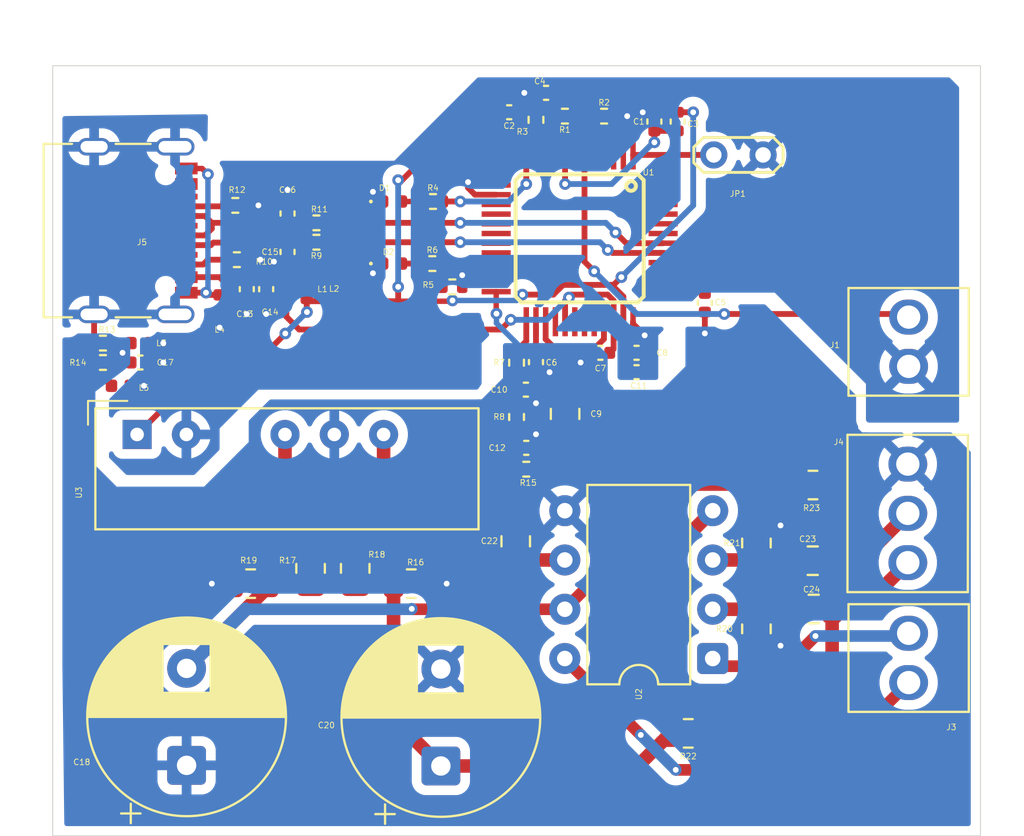
<source format=kicad_pcb>
(kicad_pcb (version 20241229) (generator "pcbnew") (generator_version "9.0")
  (layers (0 "F.Cu" signal) (2 "B.Cu" signal) (13 "F.Paste" user) (15 "B.Paste" user) (5 "F.SilkS" user "F.Silkscreen") (7 "B.SilkS" user "B.Silkscreen") (1 "F.Mask" user) (3 "B.Mask" user) (25 "Edge.Cuts" user))
  (net 0 "")
  (net 1 "AMICIN")
  (net 2 "Net-(C16-Pad1)")
  (net 3 "Net-(J1-Pin_1)")
  (net 4 "D-")
  (net 5 "D+")
  (net 6 "GNDA")
  (net 7 "VAA")
  (net 8 "VDD")
  (net 9 "GNDD")
  (net 10 "Net-(D1-A)")
  (net 11 "Net-(D2-A)")
  (net 12 "GNDPWR")
  (net 13 "Net-(JP1-B)")
  (net 14 "Net-(R1-Pad2)")
  (net 15 "Net-(C1-Pad1)")
  (net 16 "Net-(C2-Pad1)")
  (net 17 "Net-(C5-Pad1)")
  (net 18 "Net-(C6-Pad1)")
  (net 19 "Net-(C9-Pad1)")
  (net 20 "Net-(C10-Pad1)")
  (net 21 "Net-(C13-Pad1)")
  (net 22 "Net-(C15-Pad1)")
  (net 23 "Net-(R3-Pad2)")
  (net 24 "Net-(R4-Pad2)")
  (net 25 "Net-(R5-Pad1)")
  (net 26 "Net-(R7-Pad1)")
  (net 53 "Net-(C9-Pad2)")
  (net 54 "Net-(U2-V-)")
  (net 55 "Net-(U2-V+)")
  (net 56 "Net-(U2-Out)")
  (net 57 "Net-(J4-Pin_3)")
  (net 58 "Net-(U2-+In)")
  (net 59 "Net-(J4-Pin_2)")
  (net 60 "Net-(U2--In)")
  (net 61 "Net-(J3-Pin_1)")
  (net 62 "Net-(J5-GND-PadA1)")
  (net 63 "Net-(U3-VOUT-)")
  (net 64 "Net-(U3-VOUT+)")
  (net 65 "Net-(J3-Pin_2)")
  (net 66 "Net-(J5-CC1)")
  (net 67 "Net-(J5-CC2)")
  (footprint "Resistor_SMD:R_0402_1005Metric" (layer "F.Cu") (at 145.79 95.3)
    (property "Reference" "R13")
    (property "Value" "0")
  )
  (footprint "DB125-254:DB125-2.54-3P" (layer "F.Cu") (at 187.2575 104.0775 -90)
    (property "Reference" "J4")
    (property "Value" "Screw_Terminal_01x03")
  )
  (footprint "Capacitor_SMD:C_0402_1005Metric" (layer "F.Cu") (at 167.58 97.7)
    (property "Reference" "C10")
    (property "Value" "4u7")
  )
  (footprint "LED_SMD:LED_0402_1005Metric" (layer "F.Cu") (at 160.685 88)
    (property "Reference" "D1")
    (property "Value" "LED")
  )
  (footprint "Capacitor_THT:CP_Radial_D10.0mm_P5.00mm" (layer "F.Cu") (at 163.2 117.1 90)
    (property "Reference" "C20")
    (property "Value" "2200u")
  )
  (footprint "Resistor_SMD:R_0805_2012Metric" (layer "F.Cu") (at 156.4875 106.9125 90)
    (property "Reference" "R17")
    (property "Value" "100")
  )
  (footprint "Capacitor_SMD:C_0402_1005Metric" (layer "F.Cu") (at 168.1 96.28 -90)
    (property "Reference" "C6")
    (property "Value" "10u")
  )
  (footprint "Inductor_SMD:L_0402_1005Metric" (layer "F.Cu") (at 147.715 95.3 180)
    (property "Reference" "L3")
    (property "Value" "600@200MHz")
  )
  (footprint "Capacitor_SMD:C_0402_1005Metric" (layer "F.Cu") (at 173.28 96.8)
    (property "Reference" "C11")
    (property "Value" "4u7")
  )
  (footprint "Resistor_SMD:R_0402_1005Metric" (layer "F.Cu") (at 156.79 89.1 180)
    (property "Reference" "R11")
    (property "Value" "22")
  )
  (footprint "Capacitor_SMD:C_0402_1005Metric" (layer "F.Cu") (at 154.2 92.52 -90)
    (property "Reference" "C14")
    (property "Value" "100n")
  )
  (footprint "Resistor_SMD:R_0402_1005Metric" (layer "F.Cu") (at 152.69 91)
    (property "Reference" "R10")
    (property "Value" "5k1")
  )
  (footprint "Resistor_SMD:R_0402_1005Metric" (layer "F.Cu") (at 171.61 83.6 180)
    (property "Reference" "R2")
    (property "Value" "NC/10k")
  )
  (footprint "Resistor_SMD:R_0402_1005Metric" (layer "F.Cu") (at 168.1 83.79 -90)
    (property "Reference" "R3")
    (property "Value" "NC/4k7")
  )
  (footprint "TestPoint:TestPoint_2Pads_Pitch2.54mm_Drill0.8mm" (layer "F.Cu") (at 179.8 85.6 180)
    (property "Reference" "JP1")
    (property "Value" "Jumper_2_Small_Bridged")
  )
  (footprint "Resistor_SMD:R_0805_2012Metric" (layer "F.Cu") (at 158.7875 106.9125 90)
    (property "Reference" "R18")
    (property "Value" "100")
  )
  (footprint "Resistor_SMD:R_0805_2012Metric" (layer "F.Cu") (at 179.4575 105.605 90)
    (property "Reference" "R21")
    (property "Value" "3k9")
  )
  (footprint "Resistor_SMD:R_0402_1005Metric" (layer "F.Cu") (at 162.795 88)
    (property "Reference" "R4")
    (property "Value" "470")
  )
  (footprint "DB125-254:DB125-2.54-2P" (layer "F.Cu") (at 187.3 95.23 -90)
    (property "Reference" "J1")
    (property "Value" "Screw_Terminal_01x02")
  )
  (footprint "Resistor_SMD:R_0402_1005Metric" (layer "F.Cu") (at 169.59 83.6)
    (property "Reference" "R1")
    (property "Value" "NC/0")
  )
  (footprint "Capacitor_THT:CP_Radial_D10.0mm_P5.00mm" (layer "F.Cu") (at 150.1 117.067677 90)
    (property "Reference" "C18")
    (property "Value" "2200u")
  )
  (footprint "Capacitor_SMD:C_0805_2012Metric" (layer "F.Cu") (at 167.0575 105.5175 90)
    (property "Reference" "C22")
    (property "Value" "22u")
  )
  (footprint "Resistor_SMD:R_0805_2012Metric" (layer "F.Cu") (at 179.4575 110.03 90)
    (property "Reference" "R20")
    (property "Value" "3k9")
  )
  (footprint "Capacitor_SMD:C_0402_1005Metric" (layer "F.Cu") (at 167.6 100.7)
    (property "Reference" "C12")
    (property "Value" "100p")
  )
  (footprint "CM108B:TQFP48" (layer "F.Cu") (at 170.35 89.9)
    (property "Reference" "U1")
    (property "Value" "CM108B")
  )
  (footprint "Capacitor_SMD:C_0402_1005Metric" (layer "F.Cu") (at 174.2 83.88 -90)
    (property "Reference" "C3")
    (property "Value" "1u")
  )
  (footprint "Capacitor_SMD:C_0402_1005Metric" (layer "F.Cu") (at 175.4 83.88 90)
    (property "Reference" "C1")
    (property "Value" "10n")
  )
  (footprint "Capacitor_SMD:C_0805_2012Metric" (layer "F.Cu") (at 169.6 98.95 -90)
    (property "Reference" "C9")
    (property "Value" "1u")
  )
  (footprint "Resistor_SMD:R_0402_1005Metric" (layer "F.Cu") (at 152.61 88.2 180)
    (property "Reference" "R12")
    (property "Value" "5k1")
  )
  (footprint "Capacitor_SMD:C_0805_2012Metric" (layer "F.Cu") (at 182.4075 109.0075 180)
    (property "Reference" "C24")
    (property "Value" "22u")
  )
  (footprint "DB125-254:DB125-2.54-2P" (layer "F.Cu") (at 187.3 111.53 -90)
    (property "Reference" "J3")
    (property "Value" "Screw_Terminal_01x02")
  )
  (footprint "Resistor_SMD:R_0402_1005Metric" (layer "F.Cu") (at 163.79 92.4)
    (property "Reference" "R5")
    (property "Value" "1M6")
  )
  (footprint "Resistor_SMD:R_0805_2012Metric" (layer "F.Cu") (at 153.4 107.7)
    (property "Reference" "R19")
    (property "Value" "2k2")
  )
  (footprint "Capacitor_SMD:C_0805_2012Metric" (layer "F.Cu") (at 182.3575 106.5175 180)
    (property "Reference" "C23")
    (property "Value" "22u")
  )
  (footprint "Resistor_SMD:R_0402_1005Metric" (layer "F.Cu") (at 162.76 91.2 180)
    (property "Reference" "R6")
    (property "Value" "470")
  )
  (footprint "Capacitor_SMD:C_0402_1005Metric" (layer "F.Cu") (at 176.8 93.22 -90)
    (property "Reference" "C5")
    (property "Value" "10u")
  )
  (footprint "Capacitor_SMD:C_0402_1005Metric" (layer "F.Cu") (at 155.3 90.6 -90)
    (property "Reference" "C15")
    (property "Value" "100p")
  )
  (footprint "Resistor_SMD:R_0402_1005Metric" (layer "F.Cu") (at 145.79 96.3)
    (property "Reference" "R14")
    (property "Value" "0")
  )
  (footprint "Inductor_SMD:L_0402_1005Metric" (layer "F.Cu") (at 156.29 92.515 90)
    (property "Reference" "L2")
    (property "Value" "600@200MHz")
  )
  (footprint "Capacitor_SMD:C_0402_1005Metric" (layer "F.Cu") (at 153.2 92.52 -90)
    (property "Reference" "C13")
    (property "Value" "10u")
  )
  (footprint "Resistor_SMD:R_0402_1005Metric" (layer "F.Cu") (at 167.1 96.31 -90)
    (property "Reference" "R7")
    (property "Value" "2k2")
  )
  (footprint "Capacitor_SMD:C_0402_1005Metric" (layer "F.Cu") (at 147.72 96.3)
    (property "Reference" "C17")
    (property "Value" "10u")
  )
  (footprint "Resistor_SMD:R_0402_1005Metric" (layer "F.Cu") (at 156.79 90.1 180)
    (property "Reference" "R9")
    (property "Value" "22")
  )
  (footprint "Capacitor_SMD:C_0402_1005Metric" (layer "F.Cu") (at 166.72 83.4 180)
    (property "Reference" "C2")
    (property "Value" "10n")
  )
  (footprint "Resistor_SMD:R_0402_1005Metric" (layer "F.Cu") (at 167.6 101.8 180)
    (property "Reference" "R15")
    (property "Value" "0")
  )
  (footprint "Capacitor_SMD:C_0402_1005Metric" (layer "F.Cu") (at 168.62 82.4)
    (property "Reference" "C4")
    (property "Value" "100n")
  )
  (footprint "Connector_USB:USB_C_Receptacle_Palconn_UTC16-G" (layer "F.Cu") (at 147.575 89.5 -90)
    (property "Reference" "J5")
    (property "Value" "USB_C_Receptacle_USB2.0_14P")
  )
  (footprint "LED_SMD:LED_0402_1005Metric" (layer "F.Cu") (at 160.685 91.2)
    (property "Reference" "D2")
    (property "Value" "LED")
  )
  (footprint "Resistor_SMD:R_0805_2012Metric" (layer "F.Cu") (at 182.37 102.6175 180)
    (property "Reference" "R23")
    (property "Value" "2k2")
  )
  (footprint "Inductor_SMD:L_0402_1005Metric" (layer "F.Cu") (at 151.8 93.3 -90)
    (property "Reference" "L4")
    (property "Value" "600@200MHz")
  )
  (footprint "Capacitor_SMD:C_0402_1005Metric" (layer "F.Cu") (at 171.42 95.8 180)
    (property "Reference" "C7")
    (property "Value" "4u7")
  )
  (footprint "Resistor_SMD:R_0805_2012Metric" (layer "F.Cu") (at 161.675 107.7 180)
    (property "Reference" "R16")
    (property "Value" "2k2")
  )
  (footprint "Inductor_SMD:L_0402_1005Metric" (layer "F.Cu") (at 155.24 92.515 90)
    (property "Reference" "L1")
    (property "Value" "600@200MHz")
  )
  (footprint "Capacitor_SMD:C_0402_1005Metric" (layer "F.Cu") (at 155.3 88.62 90)
    (property "Reference" "C16")
    (property "Value" "100p")
  )
  (footprint "Converter_DCDC:Converter_DCDC_Murata_NMAxxxxSC_THT" (layer "F.Cu") (at 147.55 100.01 90)
    (property "Reference" "U3")
    (property "Value" "NMA0515SC")
  )
  (footprint "Package_DIP:DIP-8_W7.62mm" (layer "F.Cu") (at 177.205 111.56 180)
    (property "Reference" "U2")
    (property "Value" "THAT151xx08")
  )
  (footprint "Resistor_SMD:R_0402_1005Metric" (layer "F.Cu") (at 167.1 99.11 -90)
    (property "Reference" "R8")
    (property "Value" "8k2")
  )
  (footprint "Inductor_SMD:L_0402_1005Metric" (layer "F.Cu") (at 146.715 97.5 180)
    (property "Reference" "L5")
    (property "Value" "600@200MHz")
  )
  (footprint "Resistor_SMD:R_0805_2012Metric" (layer "F.Cu") (at 175.945 115.4175)
    (property "Reference" "R22")
    (property "Value" "2k2")
  )
  (footprint "Capacitor_SMD:C_0402_1005Metric" (layer "F.Cu") (at 173.28 95.8)
    (property "Reference" "C8")
    (property "Value" "100n")
  )
  (gr_rect (start 143.2 81) (end 191 120.7) (stroke (width 0.05)) (fill no) (layer "Edge.Cuts"))
  (segment (start 167.12 99.64) (end 167.1 99.62) (width 0.3) (layer "F.Cu") (net 1))
  (segment (start 167.09 104.535) (end 167.0575 104.5675) (width 0.3) (layer "F.Cu") (net 1))
  (segment (start 167.12 100.7) (end 167.12 99.64) (width 0.3) (layer "F.Cu") (net 1))
  (segment (start 167.12 100.7) (end 167.12 101.68) (width 0.3) (layer "F.Cu") (net 1))
  (segment (start 167.09 101.8) (end 167.09 104.535) (width 0.3) (layer "F.Cu") (net 1))
  (segment (start 156.28 89.1) (end 155.3 89.1) (width 0.28) (layer "F.Cu") (net 2))
  (segment (start 151.05 88.75) (end 150.085 88.75) (width 0.3) (layer "F.Cu") (net 2))
  (segment (start 151.4 89.1) (end 151.05 88.75) (width 0.3) (layer "F.Cu") (net 2))
  (segment (start 151.05 89.75) (end 151.4 89.4) (width 0.3) (layer "F.Cu") (net 2))
  (segment (start 155.3 89.1) (end 151.4 89.1) (width 0.3) (layer "F.Cu") (net 2))
  (segment (start 151.4 89.4) (end 151.4 89.1) (width 0.3) (layer "F.Cu") (net 2))
  (segment (start 150.085 89.75) (end 151.05 89.75) (width 0.3) (layer "F.Cu") (net 2))
  (segment (start 187.14 93.8) (end 187.3 93.96) (width 0.3) (layer "F.Cu") (net 3))
  (segment (start 170.6 91.1) (end 171.1 91.6) (width 0.3) (layer "F.Cu") (net 3))
  (segment (start 170.6 85.6) (end 170.6 91.1) (width 0.3) (layer "F.Cu") (net 3))
  (segment (start 177.8 93.8) (end 187.14 93.8) (width 0.3) (layer "F.Cu") (net 3))
  (via (at 177.8 93.8) (size 0.6) (drill 0.3) (layers "F.Cu" "B.Cu") (net 3))
  (via (at 171.1 91.6) (size 0.6) (drill 0.3) (layers "F.Cu" "B.Cu") (net 3))
  (segment (start 171.1 91.6) (end 173.3 93.8) (width 0.3) (layer "B.Cu") (net 3))
  (segment (start 173.3 93.8) (end 177.8 93.8) (width 0.3) (layer "B.Cu") (net 3))
  (segment (start 172.2 89.6) (end 172.75 90.15) (width 0.3) (layer "F.Cu") (net 4))
  (segment (start 172.75 90.15) (end 174.65 90.15) (width 0.3) (layer "F.Cu") (net 4))
  (segment (start 157.3 89.1) (end 164.2 89.1) (width 0.3) (layer "F.Cu") (net 4))
  (via (at 164.2 89.1) (size 0.6) (drill 0.3) (layers "F.Cu" "B.Cu") (net 4))
  (via (at 172.2 89.6) (size 0.6) (drill 0.3) (layers "F.Cu" "B.Cu") (net 4))
  (segment (start 164.2 89.1) (end 171.7 89.1) (width 0.3) (layer "B.Cu") (net 4))
  (segment (start 171.7 89.1) (end 172.2 89.6) (width 0.3) (layer "B.Cu") (net 4))
  (segment (start 171.9 90.5) (end 172.051 90.651) (width 0.3) (layer "F.Cu") (net 5))
  (segment (start 171.8 90.5) (end 171.9 90.5) (width 0.3) (layer "F.Cu") (net 5))
  (segment (start 172.051 90.651) (end 174.65 90.651) (width 0.3) (layer "F.Cu") (net 5))
  (segment (start 157.3 90.1) (end 164.2 90.1) (width 0.3) (layer "F.Cu") (net 5))
  (via (at 164.2 90.1) (size 0.6) (drill 0.3) (layers "F.Cu" "B.Cu") (net 5))
  (via (at 171.8 90.5) (size 0.6) (drill 0.3) (layers "F.Cu" "B.Cu") (net 5))
  (segment (start 164.2 90.1) (end 171.4 90.1) (width 0.3) (layer "B.Cu") (net 5))
  (segment (start 171.4 90.1) (end 171.8 90.5) (width 0.3) (layer "B.Cu") (net 5))
  (segment (start 179.4575 110.9425) (end 180.6575 110.9425) (width 0.3) (layer "F.Cu") (net 6))
  (segment (start 166.05 93.770182) (end 166.064682 93.784864) (width 0.28) (layer "F.Cu") (net 6))
  (segment (start 171.6 95.09174) (end 170.94 95.75174) (width 0.3) (layer "F.Cu") (net 6))
  (segment (start 146.8 95.8) (end 147.24 96.24) (width 0.3) (layer "F.Cu") (net 6))
  (segment (start 152.4875 107.7) (end 151.4 107.7) (width 0.3) (layer "F.Cu") (net 6))
  (segment (start 146.3 95.3) (end 146.8 95.8) (width 0.3) (layer "F.Cu") (net 6))
  (segment (start 171.6 94.2) (end 171.6 95.09174) (width 0.3) (layer "F.Cu") (net 6))
  (segment (start 147.24 96.24) (end 147.24 96.3) (width 0.3) (layer "F.Cu") (net 6))
  (segment (start 170.94 95.8) (end 170.9 95.8) (width 0.3) (layer "F.Cu") (net 6))
  (segment (start 166.05 92.65) (end 166.05 93.770182) (width 0.28) (layer "F.Cu") (net 6))
  (segment (start 168.08 100.02) (end 168.1 100) (width 0.28) (layer "F.Cu") (net 6))
  (segment (start 168.1 96.76) (end 168.76 96.76) (width 0.28) (layer "F.Cu") (net 6))
  (segment (start 168.06 97.7) (end 168.06 98.36) (width 0.28) (layer "F.Cu") (net 6))
  (segment (start 179.4575 104.6925) (end 180.6925 104.6925) (width 0.3) (layer "F.Cu") (net 6))
  (segment (start 146.3 96.3) (end 146.8 95.8) (width 0.3) (layer "F.Cu") (net 6))
  (segment (start 147.23 95.37) (end 147.23 95.3) (width 0.3) (layer "F.Cu") (net 6))
  (segment (start 168.06 98.36) (end 168.1 98.4) (width 0.28) (layer "F.Cu") (net 6))
  (segment (start 170.94 95.75174) (end 170.94 95.8) (width 0.3) (layer "F.Cu") (net 6))
  (segment (start 180.6575 110.9425) (end 180.7 110.9) (width 0.3) (layer "F.Cu") (net 6))
  (segment (start 146.8 95.8) (end 147.23 95.37) (width 0.3) (layer "F.Cu") (net 6))
  (segment (start 168.76 96.76) (end 168.8 96.8) (width 0.28) (layer "F.Cu") (net 6))
  (segment (start 170.9 95.8) (end 170.4 96.3) (width 0.3) (layer "F.Cu") (net 6))
  (segment (start 168.08 100.7) (end 168.08 100.02) (width 0.28) (layer "F.Cu") (net 6))
  (segment (start 176.8 93.7) (end 176.8 94.8) (width 0.3) (layer "F.Cu") (net 6))
  (segment (start 147.23 96.29) (end 147.24 96.3) (width 0.3) (layer "F.Cu") (net 6))
  (segment (start 180.6925 104.6925) (end 180.7 104.7) (width 0.3) (layer "F.Cu") (net 6))
  (segment (start 162.5875 107.7) (end 163.5 107.7) (width 0.3) (layer "F.Cu") (net 6))
  (via (at 180.7 104.7) (size 0.6) (drill 0.3) (layers "F.Cu" "B.Cu") (net 6))
  (via (at 163.5 107.7) (size 0.6) (drill 0.3) (layers "F.Cu" "B.Cu") (net 6))
  (via (at 170.4 96.3) (size 0.6) (drill 0.3) (layers "F.Cu" "B.Cu") (net 6))
  (via (at 146.8 95.8) (size 0.6) (drill 0.3) (layers "F.Cu" "B.Cu") (net 6))
  (via (at 168.1 98.4) (size 0.6) (drill 0.3) (layers "F.Cu" "B.Cu") (net 6))
  (via (at 151.4 107.7) (size 0.6) (drill 0.3) (layers "F.Cu" "B.Cu") (net 6))
  (via (at 168.1 100) (size 0.6) (drill 0.3) (layers "F.Cu" "B.Cu") (net 6))
  (via (at 180.7 110.9) (size 0.6) (drill 0.3) (layers "F.Cu" "B.Cu") (net 6))
  (via (at 168.8 96.8) (size 0.6) (drill 0.3) (layers "F.Cu" "B.Cu") (net 6))
  (via (at 166.064682 93.784864) (size 0.6) (drill 0.3) (layers "F.Cu" "B.Cu") (net 6))
  (via (at 176.8 94.8) (size 0.6) (drill 0.3) (layers "F.Cu" "B.Cu") (net 6))
  (segment (start 166.064682 94.271193) (end 168.593489 96.8) (width 0.28) (layer "B.Cu") (net 6))
  (segment (start 168.593489 96.8) (end 168.8 96.8) (width 0.28) (layer "B.Cu") (net 6))
  (segment (start 168.1 100) (end 168 99.9) (width 0.28) (layer "B.Cu") (net 6))
  (segment (start 168.8 96.8) (end 168.7 96.9) (width 0.28) (layer "B.Cu") (net 6))
  (segment (start 166.064682 93.784864) (end 166.064682 94.271193) (width 0.28) (layer "B.Cu") (net 6))
  (segment (start 172.1 93.108) (end 171.792 92.8) (width 0.3) (layer "F.Cu") (net 7))
  (segment (start 155.24 93) (end 155.24 93.94) (width 0.3) (layer "F.Cu") (net 7))
  (segment (start 172.1 94.2) (end 172.1 93.108) (width 0.3) (layer "F.Cu") (net 7))
  (segment (start 171.4 92.8) (end 169.908 92.8) (width 0.3) (layer "F.Cu") (net 7))
  (segment (start 163.8 94.6) (end 166.3 94.6) (width 0.3) (layer "F.Cu") (net 7))
  (segment (start 171.792 92.8) (end 171.4 92.8) (width 0.3) (layer "F.Cu") (net 7))
  (segment (start 166.3 94.6) (end 166.8 94.1) (width 0.3) (layer "F.Cu") (net 7))
  (segment (start 155.24 93.94) (end 155.9 94.6) (width 0.3) (layer "F.Cu") (net 7))
  (segment (start 155.9 94.6) (end 163.8 94.6) (width 0.3) (layer "F.Cu") (net 7))
  (segment (start 172.1 94.2) (end 172.1 95.6) (width 0.3) (layer "F.Cu") (net 7))
  (segment (start 169.6 93.108) (end 169.6 94.2) (width 0.3) (layer "F.Cu") (net 7))
  (segment (start 169.908 92.8) (end 169.6 93.108) (width 0.3) (layer "F.Cu") (net 7))
  (segment (start 172.1 95.6) (end 171.9 95.8) (width 0.3) (layer "F.Cu") (net 7))
  (via (at 169.8 92.949) (size 0.6) (drill 0.3) (layers "F.Cu" "B.Cu") (net 7))
  (via (at 166.8 94.1) (size 0.6) (drill 0.3) (layers "F.Cu" "B.Cu") (net 7))
  (segment (start 166.8 94.1) (end 168.649 94.1) (width 0.3) (layer "B.Cu") (net 7))
  (segment (start 168.649 94.1) (end 169.8 92.949) (width 0.3) (layer "B.Cu") (net 7))
  (segment (start 172.6 95.6) (end 172.8 95.8) (width 0.3) (layer "F.Cu") (net 8))
  (segment (start 171.999521 92.299) (end 172.6 92.899479) (width 0.3) (layer "F.Cu") (net 8))
  (segment (start 175.4 83.4) (end 176.2 83.4) (width 0.3) (layer "F.Cu") (net 8))
  (segment (start 167.45 92.8) (end 169 92.8) (width 0.3) (layer "F.Cu") (net 8))
  (segment (start 156.29 93) (end 156.29 93.69) (width 0.3) (layer "F.Cu") (net 8))
  (segment (start 169.501 92.299) (end 171.999521 92.299) (width 0.3) (layer "F.Cu") (net 8))
  (segment (start 155.185429 94.814571) (end 153.619 96.381) (width 0.3) (layer "F.Cu") (net 8))
  (segment (start 161.2 86.9) (end 164.7 83.4) (width 0.3) (layer "F.Cu") (net 8))
  (segment (start 161 86.9) (end 161.2 86.9) (width 0.3) (layer "F.Cu") (net 8))
  (segment (start 161 93.141) (end 163.759855 93.141) (width 0.28) (layer "F.Cu") (net 8))
  (segment (start 169 92.8) (end 169.501 92.299) (width 0.3) (layer "F.Cu") (net 8))
  (segment (start 172.6 94.2) (end 172.6 95.6) (width 0.3) (layer "F.Cu") (net 8))
  (segment (start 163.759855 93.141) (end 163.797621 93.103234) (width 0.28) (layer "F.Cu") (net 8))
  (segment (start 156.431 93.141) (end 161 93.141) (width 0.3) (layer "F.Cu") (net 8))
  (segment (start 172.101 92.299) (end 171.999521 92.299) (width 0.3) (layer "F.Cu") (net 8))
  (segment (start 155.185429 94.804669) (end 155.185429 94.814571) (width 0.3) (layer "F.Cu") (net 8))
  (segment (start 153.619 96.381) (end 151.179 96.381) (width 0.3) (layer "F.Cu") (net 8))
  (segment (start 172.6 92.899479) (end 172.6 94.2) (width 0.3) (layer "F.Cu") (net 8))
  (segment (start 172.5 91.9) (end 172.101 92.299) (width 0.3) (layer "F.Cu") (net 8))
  (segment (start 172.8 96.8) (end 172.8 95.8) (width 0.3) (layer "F.Cu") (net 8))
  (segment (start 151.179 96.381) (end 147.55 100.01) (width 0.3) (layer "F.Cu") (net 8))
  (segment (start 156.29 93) (end 156.431 93.141) (width 0.3) (layer "F.Cu") (net 8))
  (segment (start 161 93.141) (end 161 92.4) (width 0.3) (layer "F.Cu") (net 8))
  (segment (start 164.7 83.4) (end 166.24 83.4) (width 0.3) (layer "F.Cu") (net 8))
  (segment (start 156.29 93.69) (end 156.3 93.7) (width 0.3) (layer "F.Cu") (net 8))
  (via (at 172.5 91.9) (size 0.6) (drill 0.3) (layers "F.Cu" "B.Cu") (net 8))
  (via (at 176.2 83.4) (size 0.6) (drill 0.3) (layers "F.Cu" "B.Cu") (net 8))
  (via (at 163.797621 93.103234) (size 0.6) (drill 0.3) (layers "F.Cu" "B.Cu") (net 8))
  (via (at 161 86.9) (size 0.6) (drill 0.3) (layers "F.Cu" "B.Cu") (net 8))
  (via (at 156.3 93.7) (size 0.6) (drill 0.3) (layers "F.Cu" "B.Cu") (net 8))
  (via (at 161 92.4) (size 0.6) (drill 0.3) (layers "F.Cu" "B.Cu") (net 8))
  (via (at 155.185429 94.804669) (size 0.6) (drill 0.3) (layers "F.Cu" "B.Cu") (net 8))
  (via (at 167.4 92.8) (size 0.6) (drill 0.3) (layers "F.Cu" "B.Cu") (net 8))
  (segment (start 161 92.4) (end 161 86.9) (width 0.3) (layer "B.Cu") (net 8))
  (segment (start 156.290098 93.7) (end 155.185429 94.804669) (width 0.3) (layer "B.Cu") (net 8))
  (segment (start 156.3 93.7) (end 156.290098 93.7) (width 0.3) (layer "B.Cu") (net 8))
  (segment (start 163.797621 93.103234) (end 167.096766 93.103234) (width 0.28) (layer "B.Cu") (net 8))
  (segment (start 176.2 83.4) (end 176.2 88.2) (width 0.3) (layer "B.Cu") (net 8))
  (segment (start 176.2 88.2) (end 172.5 91.9) (width 0.3) (layer "B.Cu") (net 8))
  (segment (start 167.096766 93.103234) (end 167.4 92.8) (width 0.28) (layer "B.Cu") (net 8))
  (segment (start 166.05 87.65) (end 164.958 87.65) (width 0.3) (layer "F.Cu") (net 9))
  (segment (start 148.2 95.3) (end 148.2 96.3) (width 0.3) (layer "F.Cu") (net 9))
  (segment (start 174.2 83.4) (end 173.6 83.4) (width 0.3) (layer "F.Cu") (net 9))
  (segment (start 164.958 87.65) (end 164.6 87.292) (width 0.3) (layer "F.Cu") (net 9))
  (segment (start 160.2 88) (end 159.7 87.5) (width 0.3) (layer "F.Cu") (net 9))
  (segment (start 148.2 96.3) (end 148.9 96.3) (width 0.3) (layer "F.Cu") (net 9))
  (segment (start 147.2 97.5) (end 147.9 97.5) (width 0.3) (layer "F.Cu") (net 9))
  (segment (start 172.12 83.6) (end 172.8 83.6) (width 0.3) (layer "F.Cu") (net 9))
  (segment (start 173.76 95.8) (end 173.76 94.96) (width 0.3) (layer "F.Cu") (net 9))
  (segment (start 147.2 97.5) (end 148.2 96.5) (width 0.3) (layer "F.Cu") (net 9))
  (segment (start 173.76 94.96) (end 173.7 94.9) (width 0.3) (layer "F.Cu") (net 9))
  (segment (start 154.62 91.08) (end 154.6 91.1) (width 0.3) (layer "F.Cu") (net 9))
  (segment (start 148.2 96.5) (end 148.2 96.3) (width 0.3) (layer "F.Cu") (net 9))
  (segment (start 164.3 92.4) (end 164.3 91.8) (width 0.3) (layer "F.Cu") (net 9))
  (segment (start 173.1 94.3) (end 173.7 94.9) (width 0.3) (layer "F.Cu") (net 9))
  (segment (start 153.2 93) (end 153.2 93.8) (width 0.3) (layer "F.Cu") (net 9))
  (segment (start 155.3 88.14) (end 155.3 87.4) (width 0.3) (layer "F.Cu") (net 9))
  (segment (start 166.05 92.15) (end 164.65 92.15) (width 0.3) (layer "F.Cu") (net 9))
  (segment (start 164.65 92.15) (end 164.3 91.8) (width 0.3) (layer "F.Cu") (net 9))
  (segment (start 164.6 87.292) (end 164.6 87) (width 0.3) (layer "F.Cu") (net 9))
  (segment (start 173.1 94.2) (end 173.1 94.3) (width 0.3) (layer "F.Cu") (net 9))
  (segment (start 151.8 93.785) (end 151.8 94.5) (width 0.3) (layer "F.Cu") (net 9))
  (segment (start 173.76 96.8) (end 173.76 95.8) (width 0.3) (layer "F.Cu") (net 9))
  (segment (start 148.2 95.3) (end 148.9 95.3) (width 0.3) (layer "F.Cu") (net 9))
  (segment (start 160.2 91.2) (end 159.7 91.7) (width 0.3) (layer "F.Cu") (net 9))
  (segment (start 168.14 82.4) (end 167.5 82.4) (width 0.3) (layer "F.Cu") (net 9))
  (segment (start 153.12 88.2) (end 153.8 88.2) (width 0.3) (layer "F.Cu") (net 9))
  (segment (start 154.2 93) (end 154.2 93.8) (width 0.3) (layer "F.Cu") (net 9))
  (segment (start 155.3 91.08) (end 154.62 91.08) (width 0.3) (layer "F.Cu") (net 9))
  (segment (start 153.2 91) (end 153.9 91) (width 0.3) (layer "F.Cu") (net 9))
  (via (at 148.9 95.3) (size 0.6) (drill 0.3) (layers "F.Cu" "B.Cu") (net 9))
  (via (at 153.9 91) (size 0.6) (drill 0.3) (layers "F.Cu" "B.Cu") (net 9))
  (via (at 173.7 94.9) (size 0.6) (drill 0.3) (layers "F.Cu" "B.Cu") (net 9))
  (via (at 167.5 82.4) (size 0.6) (drill 0.3) (layers "F.Cu" "B.Cu") (net 9))
  (via (at 151.8 94.5) (size 0.6) (drill 0.3) (layers "F.Cu" "B.Cu") (net 9))
  (via (at 159.7 87.5) (size 0.6) (drill 0.3) (layers "F.Cu" "B.Cu") (net 9))
  (via (at 153.8 88.2) (size 0.6) (drill 0.3) (layers "F.Cu" "B.Cu") (net 9))
  (via (at 147.9 97.5) (size 0.6) (drill 0.3) (layers "F.Cu" "B.Cu") (net 9))
  (via (at 159.7 91.7) (size 0.6) (drill 0.3) (layers "F.Cu" "B.Cu") (net 9))
  (via (at 164.3 91.8) (size 0.6) (drill 0.3) (layers "F.Cu" "B.Cu") (net 9))
  (via (at 173.6 83.4) (size 0.6) (drill 0.3) (layers "F.Cu" "B.Cu") (net 9))
  (via (at 153.2 93.8) (size 0.6) (drill 0.3) (layers "F.Cu" "B.Cu") (net 9))
  (via (at 155.3 87.4) (size 0.6) (drill 0.3) (layers "F.Cu" "B.Cu") (net 9))
  (via (at 154.2 93.8) (size 0.6) (drill 0.3) (layers "F.Cu" "B.Cu") (net 9))
  (via (at 148.9 96.3) (size 0.6) (drill 0.3) (layers "F.Cu" "B.Cu") (net 9))
  (via (at 164.6 87) (size 0.6) (drill 0.3) (layers "F.Cu" "B.Cu") (net 9))
  (via (at 172.8 83.6) (size 0.6) (drill 0.3) (layers "F.Cu" "B.Cu") (net 9))
  (via (at 154.6 91.1) (size 0.6) (drill 0.3) (layers "F.Cu" "B.Cu") (net 9))
  (segment (start 164.6 87) (end 164.7 87) (width 0.3) (layer "B.Cu") (net 9))
  (segment (start 161.17 88) (end 162.285 88) (width 0.28) (layer "F.Cu") (net 10))
  (segment (start 161.17 91.2) (end 162.25 91.2) (width 0.3) (layer "F.Cu") (net 11))
  (segment (start 145.335 95.245) (end 145.28 95.3) (width 0.3) (layer "F.Cu") (net 12))
  (segment (start 145.28 96.3) (end 145.28 96.55) (width 0.3) (layer "F.Cu") (net 12))
  (segment (start 149.505 85.18) (end 148.955 85.18) (width 0.28) (layer "F.Cu") (net 12))
  (segment (start 145.28 96.55) (end 146.23 97.5) (width 0.3) (layer "F.Cu") (net 12))
  (segment (start 145.28 96.3) (end 145.28 95.3) (width 0.3) (layer "F.Cu") (net 12))
  (segment (start 145.335 93.82) (end 145.335 95.245) (width 0.3) (layer "F.Cu") (net 12))
  (segment (start 173.1 85.6) (end 177.26 85.6) (width 0.3) (layer "F.Cu") (net 13))
  (segment (start 170.1 83.6) (end 170.1 85.6) (width 0.3) (layer "F.Cu") (net 14))
  (segment (start 170.1 83.6) (end 171.1 83.6) (width 0.28) (layer "F.Cu") (net 14))
  (segment (start 174.2 84.36) (end 174.2 84.95) (width 0.3) (layer "F.Cu") (net 15))
  (segment (start 169.6 87.1) (end 169.6 85.6) (width 0.3) (layer "F.Cu") (net 15))
  (segment (start 175.4 84.36) (end 174.2 84.36) (width 0.3) (layer "F.Cu") (net 15))
  (via (at 169.6 87.1) (size 0.6) (drill 0.3) (layers "F.Cu" "B.Cu") (net 15))
  (via (at 174.2 84.95) (size 0.6) (drill 0.3) (layers "F.Cu" "B.Cu") (net 15))
  (segment (start 174.15 84.95) (end 172 87.1) (width 0.3) (layer "B.Cu") (net 15))
  (segment (start 174.2 84.95) (end 174.15 84.95) (width 0.3) (layer "B.Cu") (net 15))
  (segment (start 172 87.1) (end 169.6 87.1) (width 0.3) (layer "B.Cu") (net 15))
  (segment (start 168.1 83.28) (end 168.76 83.28) (width 0.3) (layer "F.Cu") (net 16))
  (segment (start 167.98 83.4) (end 168.1 83.28) (width 0.3) (layer "F.Cu") (net 16))
  (segment (start 169.1 83.58) (end 169.08 83.6) (width 0.3) (layer "F.Cu") (net 16))
  (segment (start 169.1 85.6) (end 169.1 83.62) (width 0.3) (layer "F.Cu") (net 16))
  (segment (start 169.1 82.5) (end 169.1 83.58) (width 0.3) (layer "F.Cu") (net 16))
  (segment (start 169.1 83.62) (end 169.08 83.6) (width 0.3) (layer "F.Cu") (net 16))
  (segment (start 168.76 83.28) (end 169.08 83.6) (width 0.3) (layer "F.Cu") (net 16))
  (segment (start 167.2 83.4) (end 167.98 83.4) (width 0.3) (layer "F.Cu") (net 16))
  (segment (start 169.08 83.4) (end 169.1 83.42) (width 0.3) (layer "F.Cu") (net 16))
  (segment (start 174.65 92.65) (end 176.71 92.65) (width 0.3) (layer "F.Cu") (net 17))
  (segment (start 176.71 92.65) (end 176.8 92.74) (width 0.3) (layer "F.Cu") (net 17))
  (segment (start 168.1 94.2) (end 168.1 95.8) (width 0.3) (layer "F.Cu") (net 18))
  (segment (start 169.6 96.1) (end 169.6 98) (width 0.3) (layer "F.Cu") (net 19))
  (segment (start 168.6 94.2) (end 168.6 95.1) (width 0.3) (layer "F.Cu") (net 19))
  (segment (start 168.6 95.1) (end 169.6 96.1) (width 0.3) (layer "F.Cu") (net 19))
  (segment (start 167.1 96.82) (end 167.1 97.7) (width 0.3) (layer "F.Cu") (net 20))
  (segment (start 167.1 98.6) (end 167.1 97.7) (width 0.3) (layer "F.Cu") (net 20))
  (segment (start 150.085 87.1) (end 149.512222 87.1) (width 0.28) (layer "F.Cu") (net 21))
  (segment (start 151.8 91.9) (end 151.94 92.04) (width 0.3) (layer "F.Cu") (net 21))
  (segment (start 150.325 91.94) (end 150.285 91.9) (width 0.5) (layer "F.Cu") (net 21))
  (segment (start 149.512222 87.1) (end 148.609 88.003222) (width 0.28) (layer "F.Cu") (net 21))
  (segment (start 153.2 92.04) (end 154.2 92.04) (width 0.3) (layer "F.Cu") (net 21))
  (segment (start 148.609 88.003222) (end 148.609 90.996778) (width 0.28) (layer "F.Cu") (net 21))
  (segment (start 148.609 90.996778) (end 149.512222 91.9) (width 0.28) (layer "F.Cu") (net 21))
  (segment (start 151.94 92.04) (end 153.2 92.04) (width 0.3) (layer "F.Cu") (net 21))
  (segment (start 149.512222 91.9) (end 150.085 91.9) (width 0.28) (layer "F.Cu") (net 21))
  (segment (start 154.21 92.03) (end 154.2 92.04) (width 0.3) (layer "F.Cu") (net 21))
  (segment (start 155.24 92.03) (end 154.21 92.03) (width 0.3) (layer "F.Cu") (net 21))
  (segment (start 155.24 92.03) (end 156.29 92.03) (width 0.3) (layer "F.Cu") (net 21))
  (segment (start 150.085 91.9) (end 151.8 91.9) (width 0.3) (layer "F.Cu") (net 21))
  (segment (start 153.16 91.9) (end 153.2 91.94) (width 0.3) (layer "F.Cu") (net 21))
  (segment (start 151.48 90.12) (end 155.3 90.12) (width 0.3) (layer "F.Cu") (net 22))
  (segment (start 155.3 90.12) (end 156.26 90.12) (width 0.28) (layer "F.Cu") (net 22))
  (segment (start 150.085 90.25) (end 151.35 90.25) (width 0.3) (layer "F.Cu") (net 22))
  (segment (start 149.1 90.1) (end 149.25 90.25) (width 0.3) (layer "F.Cu") (net 22))
  (segment (start 156.26 90.12) (end 156.28 90.1) (width 0.28) (layer "F.Cu") (net 22))
  (segment (start 149.25 90.25) (end 150.085 90.25) (width 0.3) (layer "F.Cu") (net 22))
  (segment (start 149.25 89.25) (end 149.1 89.4) (width 0.3) (layer "F.Cu") (net 22))
  (segment (start 149.1 89.4) (end 149.1 90.1) (width 0.3) (layer "F.Cu") (net 22))
  (segment (start 151.35 90.25) (end 151.48 90.12) (width 0.3) (layer "F.Cu") (net 22))
  (segment (start 150.085 89.25) (end 149.25 89.25) (width 0.3) (layer "F.Cu") (net 22))
  (segment (start 168.6 84.480001) (end 168.419999 84.3) (width 0.3) (layer "F.Cu") (net 23))
  (segment (start 168.419999 84.3) (end 168.1 84.3) (width 0.3) (layer "F.Cu") (net 23))
  (segment (start 168.6 85.6) (end 168.6 84.480001) (width 0.3) (layer "F.Cu") (net 23))
  (segment (start 163.305 88) (end 164.2 88) (width 0.3) (layer "F.Cu") (net 24))
  (segment (start 167.6 85.6) (end 167.6 87.1) (width 0.3) (layer "F.Cu") (net 24))
  (via (at 164.2 88) (size 0.6) (drill 0.3) (layers "F.Cu" "B.Cu") (net 24))
  (via (at 167.6 87.1) (size 0.6) (drill 0.3) (layers "F.Cu" "B.Cu") (net 24))
  (segment (start 164.2 88) (end 166.7 88) (width 0.3) (layer "B.Cu") (net 24))
  (segment (start 166.7 88) (end 167.6 87.1) (width 0.3) (layer "B.Cu") (net 24))
  (segment (start 163.27 91.2) (end 163.27 92.4) (width 0.3) (layer "F.Cu") (net 25))
  (segment (start 163.32 91.15) (end 165.85 91.15) (width 0.3) (layer "F.Cu") (net 25))
  (segment (start 163.27 91.2) (end 163.32 91.15) (width 0.3) (layer "F.Cu") (net 25))
  (segment (start 167.6 95.2) (end 167.1 95.7) (width 0.3) (layer "F.Cu") (net 26))
  (segment (start 167.6 94.2) (end 167.6 95.2) (width 0.3) (layer "F.Cu") (net 26))
  (segment (start 167.1 95.7) (end 167.1 95.8) (width 0.3) (layer "F.Cu") (net 26))
  (segment (start 169.6 100.9) (end 168.7 101.8) (width 0.3) (layer "F.Cu") (net 53))
  (segment (start 168.7 101.8) (end 168.11 101.8) (width 0.3) (layer "F.Cu") (net 53))
  (segment (start 169.6 99.9) (end 169.6 100.9) (width 0.3) (layer "F.Cu") (net 53))
  (segment (start 175.0325 115.4175) (end 175.0325 106.1125) (width 0.7) (layer "F.Cu") (net 54))
  (segment (start 175.0325 106.1125) (end 177.205 103.94) (width 0.7) (layer "F.Cu") (net 54))
  (segment (start 160.7625 114.6625) (end 163.2 117.1) (width 0.7) (layer "F.Cu") (net 54))
  (segment (start 163.2 117.1) (end 173.35 117.1) (width 0.7) (layer "F.Cu") (net 54))
  (segment (start 173.35 117.1) (end 175.0325 115.4175) (width 0.7) (layer "F.Cu") (net 54))
  (segment (start 160.7625 107.7) (end 160.7625 114.6625) (width 0.7) (layer "F.Cu") (net 54))
  (segment (start 158.7875 107.825) (end 160.6375 107.825) (width 0.7) (layer "F.Cu") (net 54))
  (segment (start 160.6375 107.825) (end 160.7625 107.7) (width 0.7) (layer "F.Cu") (net 54))
  (segment (start 175.9875 102.6175) (end 181.4575 102.6175) (width 0.6) (layer "F.Cu") (net 55))
  (segment (start 161.72 109.02) (end 169.585 109.02) (width 0.6) (layer "F.Cu") (net 55))
  (segment (start 154.3125 107.7) (end 154.3125 107.855177) (width 0.7) (layer "F.Cu") (net 55))
  (segment (start 161.7 109) (end 161.72 109.02) (width 0.6) (layer "F.Cu") (net 55))
  (segment (start 156.3625 107.7) (end 156.4875 107.825) (width 0.7) (layer "F.Cu") (net 55))
  (segment (start 169.585 109.02) (end 175.9875 102.6175) (width 0.6) (layer "F.Cu") (net 55))
  (segment (start 154.3125 107.7) (end 156.3625 107.7) (width 0.7) (layer "F.Cu") (net 55))
  (segment (start 154.3125 107.855177) (end 150.1 112.067677) (width 0.7) (layer "F.Cu") (net 55))
  (via (at 161.7 109) (size 0.6) (drill 0.3) (layers "F.Cu" "B.Cu") (net 55))
  (segment (start 153.147677 109.02) (end 161.68 109.02) (width 0.6) (layer "B.Cu") (net 55))
  (segment (start 150.1 112.067677) (end 153.147677 109.02) (width 0.7) (layer "B.Cu") (net 55))
  (segment (start 150.1 112.067677) (end 150.1 112.1) (width 0.7) (layer "B.Cu") (net 55))
  (segment (start 161.68 109.02) (end 161.7 109) (width 0.6) (layer "B.Cu") (net 55))
  (segment (start 167.035 106.48) (end 166.9875 106.5275) (width 0.7) (layer "F.Cu") (net 56))
  (segment (start 169.585 106.48) (end 167.035 106.48) (width 0.7) (layer "F.Cu") (net 56))
  (segment (start 184.8675 109.0075) (end 187.2575 106.6175) (width 0.7) (layer "F.Cu") (net 57))
  (segment (start 183.3575 109.0075) (end 184.8675 109.0075) (width 0.7) (layer "F.Cu") (net 57))
  (segment (start 183.3575 112.6175) (end 183.3575 109.0075) (width 0.7) (layer "F.Cu") (net 57))
  (segment (start 180.5575 115.4175) (end 183.3575 112.6175) (width 0.7) (layer "F.Cu") (net 57))
  (segment (start 176.8575 115.4175) (end 180.5575 115.4175) (width 0.7) (layer "F.Cu") (net 57))
  (segment (start 179.42 106.48) (end 179.4575 106.5175) (width 0.7) (layer "F.Cu") (net 58))
  (segment (start 177.205 106.48) (end 179.42 106.48) (width 0.7) (layer "F.Cu") (net 58))
  (segment (start 181.4075 106.5175) (end 179.4575 106.5175) (width 0.7) (layer "F.Cu") (net 58))
  (segment (start 183.2825 106.4925) (end 183.3075 106.5175) (width 0.7) (layer "F.Cu") (net 59))
  (segment (start 183.3075 106.5175) (end 184.8175 106.5175) (width 0.7) (layer "F.Cu") (net 59))
  (segment (start 184.8175 106.5175) (end 187.2575 104.0775) (width 0.7) (layer "F.Cu") (net 59))
  (segment (start 183.3075 106.5175) (end 183.3075 105.6675) (width 0.7) (layer "F.Cu") (net 59))
  (segment (start 183.2825 102.6175) (end 183.2825 106.4925) (width 0.7) (layer "F.Cu") (net 59))
  (segment (start 179.36 109.02) (end 179.4575 109.1175) (width 0.7) (layer "F.Cu") (net 60))
  (segment (start 181.4575 109.0075) (end 179.5675 109.0075) (width 0.7) (layer "F.Cu") (net 60))
  (segment (start 177.205 109.02) (end 179.36 109.02) (width 0.7) (layer "F.Cu") (net 60))
  (segment (start 179.5675 109.0075) (end 179.4575 109.1175) (width 0.7) (layer "F.Cu") (net 60))
  (segment (start 177.601 111.956) (end 180.944 111.956) (width 0.6) (layer "F.Cu") (net 61))
  (segment (start 177.205 111.56) (end 177.601 111.956) (width 0.6) (layer "F.Cu") (net 61))
  (segment (start 180.944 111.956) (end 182.5 110.4) (width 0.6) (layer "F.Cu") (net 61))
  (via (at 182.5 110.4) (size 0.6) (drill 0.3) (layers "F.Cu" "B.Cu") (net 61))
  (segment (start 187.16 110.4) (end 187.3 110.26) (width 0.6) (layer "B.Cu") (net 61))
  (segment (start 182.5 110.4) (end 187.16 110.4) (width 0.6) (layer "B.Cu") (net 61))
  (segment (start 150.9 86.3) (end 151.2 86.6) (width 0.28) (layer "F.Cu") (net 62))
  (segment (start 151 92.7) (end 151.115 92.815) (width 0.3) (layer "F.Cu") (net 62))
  (segment (start 150.085 92.7) (end 151 92.7) (width 0.3) (layer "F.Cu") (net 62))
  (segment (start 150.085 86.3) (end 150.9 86.3) (width 0.28) (layer "F.Cu") (net 62))
  (segment (start 151.115 92.815) (end 151.8 92.815) (width 0.3) (layer "F.Cu") (net 62))
  (via (at 151.1 92.7) (size 0.6) (drill 0.3) (layers "F.Cu" "B.Cu") (net 62))
  (via (at 151.2 86.6) (size 0.6) (drill 0.3) (layers "F.Cu" "B.Cu") (net 62))
  (segment (start 151.2 92.6) (end 151.1 92.7) (width 0.28) (layer "B.Cu") (net 62))
  (segment (start 151.2 86.6) (end 151.2 92.6) (width 0.28) (layer "B.Cu") (net 62))
  (segment (start 155.17 104.6825) (end 156.4875 106) (width 0.7) (layer "F.Cu") (net 63))
  (segment (start 155.17 100.01) (end 155.17 104.6825) (width 0.7) (layer "F.Cu") (net 63))
  (segment (start 160.25 104.5375) (end 158.7875 106) (width 0.7) (layer "F.Cu") (net 64))
  (segment (start 160.25 100.01) (end 160.25 104.5375) (width 0.7) (layer "F.Cu") (net 64))
  (segment (start 182.8 117.3) (end 187.3 112.8) (width 0.6) (layer "F.Cu") (net 65))
  (segment (start 175.3 117.3) (end 182.8 117.3) (width 0.6) (layer "F.Cu") (net 65))
  (segment (start 169.585 111.56) (end 169.585 111.585) (width 0.6) (layer "F.Cu") (net 65))
  (segment (start 169.585 111.585) (end 173.5 115.5) (width 0.6) (layer "F.Cu") (net 65))
  (via (at 173.5 115.5) (size 0.6) (drill 0.3) (layers "F.Cu" "B.Cu") (net 65))
  (via (at 175.3 117.3) (size 0.6) (drill 0.3) (layers "F.Cu" "B.Cu") (net 65))
  (segment (start 173.5 115.5) (end 175.3 117.3) (width 0.6) (layer "B.Cu") (net 65))
  (segment (start 187.189 112.911) (end 187.3 112.8) (width 0.7) (layer "B.Cu") (net 65))
  (segment (start 151.95 88.25) (end 152.1 88.1) (width 0.3) (layer "F.Cu") (net 66))
  (segment (start 150.085 88.25) (end 151.95 88.25) (width 0.3) (layer "F.Cu") (net 66))
  (segment (start 150.085 91.25) (end 150.95 91.25) (width 0.3) (layer "F.Cu") (net 67))
  (segment (start 150.95 91.25) (end 151.2 91) (width 0.3) (layer "F.Cu") (net 67))
  (segment (start 151.2 91) (end 152.18 91) (width 0.3) (layer "F.Cu") (net 67))
  (zone (net 12) (net_name "GNDPWR") (layer "B.Cu") (priority 2) (connect_pads (clearance 0.5)) (min_thickness 0.25) (fill yes (thermal_gap 0.5) (thermal_bridge_width 0.5))
    (polygon (pts (xy 143.5 83.6) (xy 151.2 83.5) (xy 151 94.3) (xy 150.8 94.5) (xy 143.8 94.5) (xy 143.5 94.2)))
  )
  (zone (net 9) (net_name "GNDD") (layer "B.Cu") (priority 1) (connect_pads (clearance 0.5)) (min_thickness 0.25) (fill yes (thermal_gap 0.5) (thermal_bridge_width 0.5))
    (polygon (pts (xy 189.9 99.4) (xy 185.2 99.4) (xy 185.1 99.3) (xy 185.1 97.4) (xy 180.4 92.7) (xy 176.6 92.7) (xy 174.4 94.9) (xy 174.4 97.2) (xy 172.4 97.2) (xy 172.3 97.1) (xy 172.3 95.2) (xy 171.8 94.7) (xy 165.9 94.7) (xy 165.3 95.3) (xy 165.3 97.3) (xy 165.3 97.4) (xy 165.1 97.7) (xy 153.8 97.7) (xy 151.8 99.7) (xy 151.8 100.8) (xy 150.5 102.1) (xy 147 102.1) (xy 146.1 101.2) (xy 146.1 98.2) (xy 147.7 96.6) (xy 147.7 94.5) (xy 150.8 94.5) (xy 150.8 93.8) (xy 149.4 92.4) (xy 149.4 86.1) (xy 149.6 85.9) (xy 160.8 85.9) (xy 165.1 81.6) (xy 189.4 81.6) (xy 189.9 82.1)))
  )
  (zone (net 6) (net_name "GNDA") (layer "B.Cu") (connect_pads (clearance 0.5)) (min_thickness 0.25) (fill yes (thermal_gap 0.5) (thermal_bridge_width 0.5))
    (polygon (pts (xy 165.3 98.2) (xy 166.4 97.1) (xy 166.4 95.3) (xy 171.2 95.3) (xy 172.1 96.2) (xy 172.1 97.7) (xy 174.6 97.7) (xy 175.8 96.5) (xy 175.8 93.3) (xy 179.9 93.3) (xy 184.7 98.1) (xy 184.7 99.7) (xy 184.9 99.9) (xy 189.5 99.9) (xy 190.8 101.2) (xy 190.6 120.1) (xy 190.4 120.3) (xy 143.8 120.2) (xy 143.5 95.2) (xy 143.9 94.8) (xy 147 94.8) (xy 147.4 95.2158) (xy 147.4 96.3) (xy 145.4 97.8) (xy 145.4 101.6) (xy 146.5 102.7) (xy 151 102.7) (xy 153.3 100.4) (xy 153.3 99.3) (xy 154.4 98.2)))
  )
)
</source>
